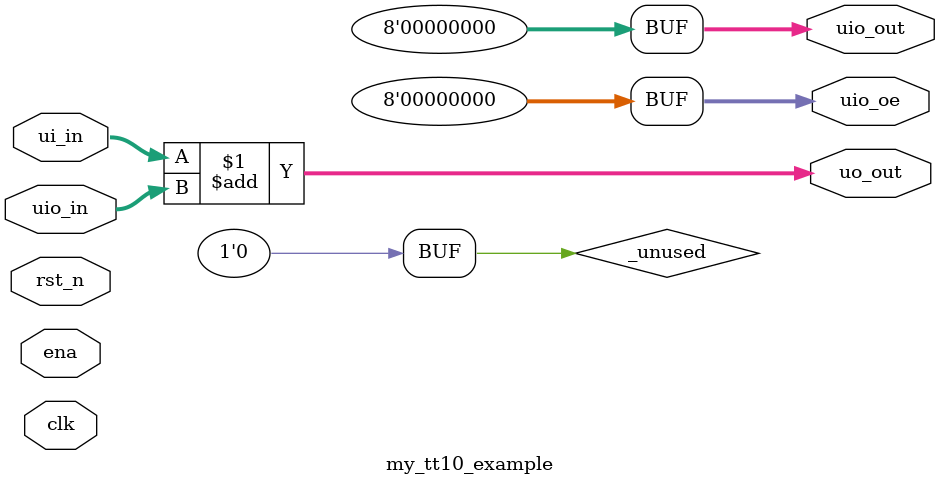
<source format=v>
/*
 * Copyright (c) 2024 Your Name
 * SPDX-License-Identifier: Apache-2.0
 */

`default_nettype none

module my_tt10_example (
    input  wire [7:0] ui_in,    // Dedicated inputs
    output wire [7:0] uo_out,   // Dedicated outputs
    input  wire [7:0] uio_in,   // IOs: Input path
    output wire [7:0] uio_out,  // IOs: Output path
    output wire [7:0] uio_oe,   // IOs: Enable path (active high: 0=input, 1=output)
    input  wire       ena,      // always 1 when the design is powered, so you can ignore it
    input  wire       clk,      // clock
    input  wire       rst_n     // reset_n - low to reset
);

  // All output pins must be assigned. If not used, assign to 0.
  assign uo_out  = ui_in + uio_in;  // Example: ou_out is the sum of ui_in and uio_in
  assign uio_out = 0;
  assign uio_oe  = 0;

  // List all unused inputs to prevent warnings
  wire _unused = &{ena, clk, rst_n, 1'b0};

endmodule

</source>
